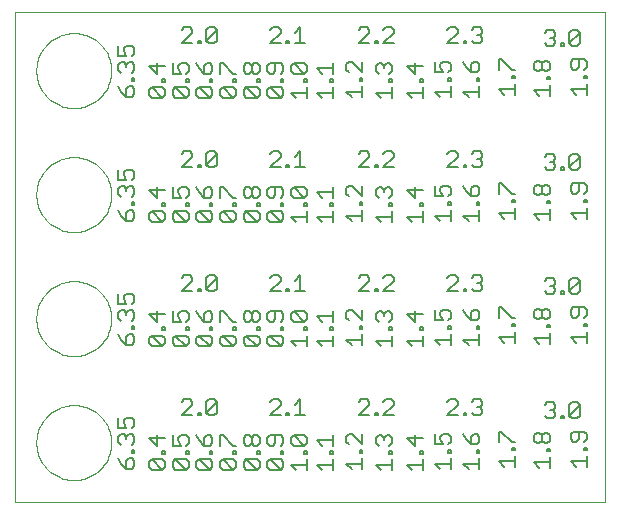
<source format=gto>
G75*
G70*
%OFA0B0*%
%FSLAX24Y24*%
%IPPOS*%
%LPD*%
%AMOC8*
5,1,8,0,0,1.08239X$1,22.5*
%
%ADD10C,0.0060*%
%ADD11C,0.0000*%
D10*
X003671Y001396D02*
X003583Y001573D01*
X003671Y001396D02*
X003848Y001219D01*
X003848Y001485D01*
X003937Y001573D01*
X004025Y001573D01*
X004114Y001485D01*
X004114Y001308D01*
X004025Y001219D01*
X003848Y001219D01*
X004025Y001763D02*
X004025Y001851D01*
X004114Y001851D01*
X004114Y001763D01*
X004025Y001763D01*
X004025Y002035D02*
X004114Y002123D01*
X004114Y002300D01*
X004025Y002389D01*
X003937Y002389D01*
X003848Y002300D01*
X003848Y002212D01*
X003848Y002300D02*
X003760Y002389D01*
X003671Y002389D01*
X003583Y002300D01*
X003583Y002123D01*
X003671Y002035D01*
X003583Y002578D02*
X003848Y002578D01*
X003760Y002755D01*
X003760Y002844D01*
X003848Y002932D01*
X004025Y002932D01*
X004114Y002844D01*
X004114Y002667D01*
X004025Y002578D01*
X003583Y002578D02*
X003583Y002932D01*
X004609Y002266D02*
X004875Y002000D01*
X004875Y002354D01*
X005140Y002266D02*
X004609Y002266D01*
X005052Y001817D02*
X005140Y001817D01*
X005140Y001728D01*
X005052Y001728D01*
X005052Y001817D01*
X005052Y001539D02*
X005140Y001450D01*
X005140Y001273D01*
X005052Y001185D01*
X004698Y001539D01*
X005052Y001539D01*
X004698Y001539D02*
X004609Y001450D01*
X004609Y001273D01*
X004698Y001185D01*
X005052Y001185D01*
X005397Y001273D02*
X005397Y001450D01*
X005485Y001539D01*
X005839Y001185D01*
X005928Y001273D01*
X005928Y001450D01*
X005839Y001539D01*
X005485Y001539D01*
X005397Y001273D02*
X005485Y001185D01*
X005839Y001185D01*
X006184Y001273D02*
X006184Y001450D01*
X006273Y001539D01*
X006627Y001185D01*
X006715Y001273D01*
X006715Y001450D01*
X006627Y001539D01*
X006273Y001539D01*
X006184Y001273D02*
X006273Y001185D01*
X006627Y001185D01*
X006972Y001273D02*
X006972Y001450D01*
X007060Y001539D01*
X007414Y001185D01*
X007503Y001273D01*
X007503Y001450D01*
X007414Y001539D01*
X007060Y001539D01*
X006972Y001273D02*
X007060Y001185D01*
X007414Y001185D01*
X007759Y001273D02*
X007759Y001450D01*
X007848Y001539D01*
X008202Y001185D01*
X008290Y001273D01*
X008290Y001450D01*
X008202Y001539D01*
X007848Y001539D01*
X007759Y001273D02*
X007848Y001185D01*
X008202Y001185D01*
X008546Y001273D02*
X008546Y001450D01*
X008635Y001539D01*
X008989Y001185D01*
X009077Y001273D01*
X009077Y001450D01*
X008989Y001539D01*
X008635Y001539D01*
X008546Y001273D02*
X008635Y001185D01*
X008989Y001185D01*
X009334Y001362D02*
X009865Y001362D01*
X009865Y001185D02*
X009865Y001539D01*
X009865Y001728D02*
X009776Y001728D01*
X009776Y001817D01*
X009865Y001817D01*
X009865Y001728D01*
X009776Y002000D02*
X009422Y002000D01*
X009334Y002089D01*
X009334Y002266D01*
X009422Y002354D01*
X009776Y002000D01*
X009865Y002089D01*
X009865Y002266D01*
X009776Y002354D01*
X009422Y002354D01*
X009077Y002266D02*
X009077Y002089D01*
X008989Y002000D01*
X008812Y002089D02*
X008812Y002354D01*
X008989Y002354D02*
X009077Y002266D01*
X008989Y002354D02*
X008635Y002354D01*
X008546Y002266D01*
X008546Y002089D01*
X008635Y002000D01*
X008723Y002000D01*
X008812Y002089D01*
X008989Y001817D02*
X009077Y001817D01*
X009077Y001728D01*
X008989Y001728D01*
X008989Y001817D01*
X009334Y001362D02*
X009511Y001185D01*
X010200Y001362D02*
X010731Y001362D01*
X010731Y001185D02*
X010731Y001539D01*
X010731Y001728D02*
X010731Y001817D01*
X010642Y001817D01*
X010642Y001728D01*
X010731Y001728D01*
X010731Y002000D02*
X010731Y002354D01*
X010731Y002177D02*
X010200Y002177D01*
X010377Y002000D01*
X010200Y001362D02*
X010377Y001185D01*
X011184Y001401D02*
X011361Y001224D01*
X011184Y001401D02*
X011715Y001401D01*
X011715Y001224D02*
X011715Y001578D01*
X011715Y001768D02*
X011715Y001856D01*
X011627Y001856D01*
X011627Y001768D01*
X011715Y001768D01*
X011715Y002040D02*
X011361Y002394D01*
X011273Y002394D01*
X011184Y002305D01*
X011184Y002128D01*
X011273Y002040D01*
X011715Y002040D02*
X011715Y002394D01*
X012168Y002266D02*
X012168Y002089D01*
X012257Y002000D01*
X012434Y002177D02*
X012434Y002266D01*
X012522Y002354D01*
X012611Y002354D01*
X012699Y002266D01*
X012699Y002089D01*
X012611Y002000D01*
X012434Y002266D02*
X012345Y002354D01*
X012257Y002354D01*
X012168Y002266D01*
X012611Y001817D02*
X012699Y001817D01*
X012699Y001728D01*
X012611Y001728D01*
X012611Y001817D01*
X012699Y001539D02*
X012699Y001185D01*
X012699Y001362D02*
X012168Y001362D01*
X012345Y001185D01*
X013192Y001362D02*
X013723Y001362D01*
X013723Y001185D02*
X013723Y001539D01*
X013723Y001728D02*
X013723Y001817D01*
X013635Y001817D01*
X013635Y001728D01*
X013723Y001728D01*
X013458Y002000D02*
X013458Y002354D01*
X013723Y002266D02*
X013192Y002266D01*
X013458Y002000D01*
X014137Y002040D02*
X014402Y002040D01*
X014314Y002217D01*
X014314Y002305D01*
X014402Y002394D01*
X014579Y002394D01*
X014668Y002305D01*
X014668Y002128D01*
X014579Y002040D01*
X014579Y001856D02*
X014668Y001856D01*
X014668Y001768D01*
X014579Y001768D01*
X014579Y001856D01*
X014668Y001578D02*
X014668Y001224D01*
X014668Y001401D02*
X014137Y001401D01*
X014314Y001224D01*
X015082Y001401D02*
X015613Y001401D01*
X015613Y001224D02*
X015613Y001578D01*
X015613Y001768D02*
X015524Y001768D01*
X015524Y001856D01*
X015613Y001856D01*
X015613Y001768D01*
X015524Y002040D02*
X015347Y002040D01*
X015347Y002305D01*
X015436Y002394D01*
X015524Y002394D01*
X015613Y002305D01*
X015613Y002128D01*
X015524Y002040D01*
X015347Y002040D02*
X015170Y002217D01*
X015082Y002394D01*
X015093Y003015D02*
X015182Y003015D01*
X015182Y003104D01*
X015093Y003104D01*
X015093Y003015D01*
X014904Y003015D02*
X014550Y003015D01*
X014904Y003369D01*
X014904Y003458D01*
X014815Y003546D01*
X014638Y003546D01*
X014550Y003458D01*
X015365Y003458D02*
X015454Y003546D01*
X015631Y003546D01*
X015719Y003458D01*
X015719Y003369D01*
X015631Y003281D01*
X015719Y003192D01*
X015719Y003104D01*
X015631Y003015D01*
X015454Y003015D01*
X015365Y003104D01*
X015542Y003281D02*
X015631Y003281D01*
X016263Y002472D02*
X016351Y002472D01*
X016705Y002118D01*
X016794Y002118D01*
X016794Y001935D02*
X016705Y001935D01*
X016705Y001846D01*
X016794Y001846D01*
X016794Y001935D01*
X016794Y001657D02*
X016794Y001303D01*
X016794Y001480D02*
X016263Y001480D01*
X016440Y001303D01*
X016263Y002118D02*
X016263Y002472D01*
X017444Y002344D02*
X017444Y002167D01*
X017533Y002079D01*
X017621Y002079D01*
X017710Y002167D01*
X017710Y002344D01*
X017798Y002433D01*
X017887Y002433D01*
X017975Y002344D01*
X017975Y002167D01*
X017887Y002079D01*
X017798Y002079D01*
X017710Y002167D01*
X017710Y002344D02*
X017621Y002433D01*
X017533Y002433D01*
X017444Y002344D01*
X017887Y001896D02*
X017975Y001896D01*
X017975Y001807D01*
X017887Y001807D01*
X017887Y001896D01*
X017975Y001617D02*
X017975Y001263D01*
X017975Y001440D02*
X017444Y001440D01*
X017621Y001263D01*
X018665Y001480D02*
X019196Y001480D01*
X019196Y001303D02*
X019196Y001657D01*
X019196Y001846D02*
X019107Y001846D01*
X019107Y001935D01*
X019196Y001935D01*
X019196Y001846D01*
X019107Y002118D02*
X019196Y002207D01*
X019196Y002384D01*
X019107Y002472D01*
X018753Y002472D01*
X018665Y002384D01*
X018665Y002207D01*
X018753Y002118D01*
X018842Y002118D01*
X018930Y002207D01*
X018930Y002472D01*
X018879Y002917D02*
X018702Y002917D01*
X018613Y003005D01*
X018967Y003359D01*
X018967Y003005D01*
X018879Y002917D01*
X018613Y003005D02*
X018613Y003359D01*
X018702Y003448D01*
X018879Y003448D01*
X018967Y003359D01*
X018430Y003005D02*
X018430Y002917D01*
X018341Y002917D01*
X018341Y003005D01*
X018430Y003005D01*
X018152Y003005D02*
X018063Y002917D01*
X017886Y002917D01*
X017798Y003005D01*
X017975Y003182D02*
X018063Y003182D01*
X018152Y003094D01*
X018152Y003005D01*
X018063Y003182D02*
X018152Y003271D01*
X018152Y003359D01*
X018063Y003448D01*
X017886Y003448D01*
X017798Y003359D01*
X017621Y005397D02*
X017444Y005574D01*
X017975Y005574D01*
X017975Y005397D02*
X017975Y005751D01*
X017975Y005941D02*
X017887Y005941D01*
X017887Y006029D01*
X017975Y006029D01*
X017975Y005941D01*
X017887Y006213D02*
X017798Y006213D01*
X017710Y006301D01*
X017710Y006478D01*
X017798Y006567D01*
X017887Y006567D01*
X017975Y006478D01*
X017975Y006301D01*
X017887Y006213D01*
X017710Y006301D02*
X017621Y006213D01*
X017533Y006213D01*
X017444Y006301D01*
X017444Y006478D01*
X017533Y006567D01*
X017621Y006567D01*
X017710Y006478D01*
X017886Y007051D02*
X017798Y007139D01*
X017886Y007051D02*
X018063Y007051D01*
X018152Y007139D01*
X018152Y007228D01*
X018063Y007316D01*
X017975Y007316D01*
X018063Y007316D02*
X018152Y007405D01*
X018152Y007493D01*
X018063Y007582D01*
X017886Y007582D01*
X017798Y007493D01*
X018341Y007139D02*
X018430Y007139D01*
X018430Y007051D01*
X018341Y007051D01*
X018341Y007139D01*
X018613Y007139D02*
X018613Y007493D01*
X018702Y007582D01*
X018879Y007582D01*
X018967Y007493D01*
X018613Y007139D01*
X018702Y007051D01*
X018879Y007051D01*
X018967Y007139D01*
X018967Y007493D01*
X018930Y006606D02*
X018930Y006341D01*
X018842Y006252D01*
X018753Y006252D01*
X018665Y006341D01*
X018665Y006518D01*
X018753Y006606D01*
X019107Y006606D01*
X019196Y006518D01*
X019196Y006341D01*
X019107Y006252D01*
X019107Y006069D02*
X019196Y006069D01*
X019196Y005980D01*
X019107Y005980D01*
X019107Y006069D01*
X019196Y005791D02*
X019196Y005437D01*
X019196Y005614D02*
X018665Y005614D01*
X018842Y005437D01*
X016794Y005437D02*
X016794Y005791D01*
X016794Y005614D02*
X016263Y005614D01*
X016440Y005437D01*
X016705Y005980D02*
X016705Y006069D01*
X016794Y006069D01*
X016794Y005980D01*
X016705Y005980D01*
X016705Y006252D02*
X016794Y006252D01*
X016705Y006252D02*
X016351Y006606D01*
X016263Y006606D01*
X016263Y006252D01*
X015613Y006262D02*
X015613Y006439D01*
X015524Y006527D01*
X015436Y006527D01*
X015347Y006439D01*
X015347Y006173D01*
X015524Y006173D01*
X015613Y006262D01*
X015613Y005990D02*
X015524Y005990D01*
X015524Y005902D01*
X015613Y005902D01*
X015613Y005990D01*
X015613Y005712D02*
X015613Y005358D01*
X015613Y005535D02*
X015082Y005535D01*
X015259Y005358D01*
X014668Y005358D02*
X014668Y005712D01*
X014668Y005535D02*
X014137Y005535D01*
X014314Y005358D01*
X013723Y005319D02*
X013723Y005672D01*
X013723Y005495D02*
X013192Y005495D01*
X013369Y005319D01*
X013635Y005862D02*
X013635Y005951D01*
X013723Y005951D01*
X013723Y005862D01*
X013635Y005862D01*
X013458Y006134D02*
X013458Y006488D01*
X013723Y006400D02*
X013192Y006400D01*
X013458Y006134D01*
X014137Y006173D02*
X014137Y006527D01*
X014314Y006439D02*
X014402Y006527D01*
X014579Y006527D01*
X014668Y006439D01*
X014668Y006262D01*
X014579Y006173D01*
X014402Y006173D02*
X014314Y006350D01*
X014314Y006439D01*
X014402Y006173D02*
X014137Y006173D01*
X014579Y005990D02*
X014579Y005902D01*
X014668Y005902D01*
X014668Y005990D01*
X014579Y005990D01*
X015170Y006350D02*
X015082Y006527D01*
X015170Y006350D02*
X015347Y006173D01*
X015454Y007149D02*
X015365Y007238D01*
X015454Y007149D02*
X015631Y007149D01*
X015719Y007238D01*
X015719Y007326D01*
X015631Y007415D01*
X015542Y007415D01*
X015631Y007415D02*
X015719Y007503D01*
X015719Y007592D01*
X015631Y007680D01*
X015454Y007680D01*
X015365Y007592D01*
X015182Y007238D02*
X015093Y007238D01*
X015093Y007149D01*
X015182Y007149D01*
X015182Y007238D01*
X014904Y007149D02*
X014550Y007149D01*
X014904Y007503D01*
X014904Y007592D01*
X014815Y007680D01*
X014638Y007680D01*
X014550Y007592D01*
X012766Y007592D02*
X012678Y007680D01*
X012501Y007680D01*
X012412Y007592D01*
X012766Y007592D02*
X012766Y007503D01*
X012412Y007149D01*
X012766Y007149D01*
X012229Y007149D02*
X012141Y007149D01*
X012141Y007238D01*
X012229Y007238D01*
X012229Y007149D01*
X011951Y007149D02*
X011597Y007149D01*
X011951Y007503D01*
X011951Y007592D01*
X011862Y007680D01*
X011685Y007680D01*
X011597Y007592D01*
X011715Y006527D02*
X011715Y006173D01*
X011361Y006527D01*
X011273Y006527D01*
X011184Y006439D01*
X011184Y006262D01*
X011273Y006173D01*
X011627Y005990D02*
X011627Y005902D01*
X011715Y005902D01*
X011715Y005990D01*
X011627Y005990D01*
X011715Y005712D02*
X011715Y005358D01*
X011715Y005535D02*
X011184Y005535D01*
X011361Y005358D01*
X010731Y005319D02*
X010731Y005672D01*
X010731Y005495D02*
X010200Y005495D01*
X010377Y005319D01*
X009865Y005319D02*
X009865Y005672D01*
X009865Y005495D02*
X009334Y005495D01*
X009511Y005319D01*
X009077Y005407D02*
X008989Y005319D01*
X008635Y005672D01*
X008989Y005672D01*
X009077Y005584D01*
X009077Y005407D01*
X008989Y005319D02*
X008635Y005319D01*
X008546Y005407D01*
X008546Y005584D01*
X008635Y005672D01*
X008290Y005584D02*
X008290Y005407D01*
X008202Y005319D01*
X007848Y005672D01*
X008202Y005672D01*
X008290Y005584D01*
X008202Y005319D02*
X007848Y005319D01*
X007759Y005407D01*
X007759Y005584D01*
X007848Y005672D01*
X007503Y005584D02*
X007503Y005407D01*
X007414Y005319D01*
X007060Y005672D01*
X007414Y005672D01*
X007503Y005584D01*
X007414Y005319D02*
X007060Y005319D01*
X006972Y005407D01*
X006972Y005584D01*
X007060Y005672D01*
X006715Y005584D02*
X006715Y005407D01*
X006627Y005319D01*
X006273Y005672D01*
X006627Y005672D01*
X006715Y005584D01*
X006627Y005319D02*
X006273Y005319D01*
X006184Y005407D01*
X006184Y005584D01*
X006273Y005672D01*
X005928Y005584D02*
X005928Y005407D01*
X005839Y005319D01*
X005485Y005672D01*
X005839Y005672D01*
X005928Y005584D01*
X005839Y005319D02*
X005485Y005319D01*
X005397Y005407D01*
X005397Y005584D01*
X005485Y005672D01*
X005140Y005584D02*
X005140Y005407D01*
X005052Y005319D01*
X004698Y005672D01*
X005052Y005672D01*
X005140Y005584D01*
X005052Y005319D02*
X004698Y005319D01*
X004609Y005407D01*
X004609Y005584D01*
X004698Y005672D01*
X005052Y005862D02*
X005052Y005951D01*
X005140Y005951D01*
X005140Y005862D01*
X005052Y005862D01*
X004875Y006134D02*
X004875Y006488D01*
X005140Y006400D02*
X004609Y006400D01*
X004875Y006134D01*
X005397Y006134D02*
X005397Y006488D01*
X005574Y006400D02*
X005662Y006488D01*
X005839Y006488D01*
X005928Y006400D01*
X005928Y006223D01*
X005839Y006134D01*
X005662Y006134D02*
X005574Y006311D01*
X005574Y006400D01*
X005662Y006134D02*
X005397Y006134D01*
X005839Y005951D02*
X005928Y005951D01*
X005928Y005862D01*
X005839Y005862D01*
X005839Y005951D01*
X006273Y006311D02*
X006450Y006134D01*
X006450Y006400D01*
X006538Y006488D01*
X006627Y006488D01*
X006715Y006400D01*
X006715Y006223D01*
X006627Y006134D01*
X006450Y006134D01*
X006627Y005951D02*
X006715Y005951D01*
X006715Y005862D01*
X006627Y005862D01*
X006627Y005951D01*
X006972Y006134D02*
X006972Y006488D01*
X007060Y006488D01*
X007414Y006134D01*
X007503Y006134D01*
X007503Y005951D02*
X007503Y005862D01*
X007414Y005862D01*
X007414Y005951D01*
X007503Y005951D01*
X007759Y006223D02*
X007759Y006400D01*
X007848Y006488D01*
X007936Y006488D01*
X008025Y006400D01*
X008025Y006223D01*
X007936Y006134D01*
X007848Y006134D01*
X007759Y006223D01*
X008025Y006223D02*
X008113Y006134D01*
X008202Y006134D01*
X008290Y006223D01*
X008290Y006400D01*
X008202Y006488D01*
X008113Y006488D01*
X008025Y006400D01*
X008546Y006400D02*
X008546Y006223D01*
X008635Y006134D01*
X008723Y006134D01*
X008812Y006223D01*
X008812Y006488D01*
X008989Y006488D02*
X009077Y006400D01*
X009077Y006223D01*
X008989Y006134D01*
X008989Y005951D02*
X009077Y005951D01*
X009077Y005862D01*
X008989Y005862D01*
X008989Y005951D01*
X009334Y006223D02*
X009334Y006400D01*
X009422Y006488D01*
X009776Y006134D01*
X009865Y006223D01*
X009865Y006400D01*
X009776Y006488D01*
X009422Y006488D01*
X009334Y006223D02*
X009422Y006134D01*
X009776Y006134D01*
X009776Y005951D02*
X009865Y005951D01*
X009865Y005862D01*
X009776Y005862D01*
X009776Y005951D01*
X010200Y006311D02*
X010731Y006311D01*
X010731Y006134D02*
X010731Y006488D01*
X010377Y006134D02*
X010200Y006311D01*
X010642Y005951D02*
X010731Y005951D01*
X010731Y005862D01*
X010642Y005862D01*
X010642Y005951D01*
X012168Y006223D02*
X012168Y006400D01*
X012257Y006488D01*
X012345Y006488D01*
X012434Y006400D01*
X012522Y006488D01*
X012611Y006488D01*
X012699Y006400D01*
X012699Y006223D01*
X012611Y006134D01*
X012611Y005951D02*
X012699Y005951D01*
X012699Y005862D01*
X012611Y005862D01*
X012611Y005951D01*
X012699Y005672D02*
X012699Y005319D01*
X012699Y005495D02*
X012168Y005495D01*
X012345Y005319D01*
X012257Y006134D02*
X012168Y006223D01*
X012434Y006311D02*
X012434Y006400D01*
X009814Y007149D02*
X009460Y007149D01*
X009637Y007149D02*
X009637Y007680D01*
X009460Y007503D01*
X009276Y007238D02*
X009276Y007149D01*
X009188Y007149D01*
X009188Y007238D01*
X009276Y007238D01*
X008998Y007149D02*
X008644Y007149D01*
X008998Y007503D01*
X008998Y007592D01*
X008910Y007680D01*
X008733Y007680D01*
X008644Y007592D01*
X008635Y006488D02*
X008546Y006400D01*
X008635Y006488D02*
X008989Y006488D01*
X008290Y005951D02*
X008290Y005862D01*
X008202Y005862D01*
X008202Y005951D01*
X008290Y005951D01*
X006861Y007238D02*
X006772Y007149D01*
X006595Y007149D01*
X006507Y007238D01*
X006861Y007592D01*
X006861Y007238D01*
X006861Y007592D02*
X006772Y007680D01*
X006595Y007680D01*
X006507Y007592D01*
X006507Y007238D01*
X006324Y007238D02*
X006324Y007149D01*
X006235Y007149D01*
X006235Y007238D01*
X006324Y007238D01*
X006045Y007149D02*
X005691Y007149D01*
X006045Y007503D01*
X006045Y007592D01*
X005957Y007680D01*
X005780Y007680D01*
X005691Y007592D01*
X006184Y006488D02*
X006273Y006311D01*
X004114Y006257D02*
X004025Y006169D01*
X004114Y006257D02*
X004114Y006434D01*
X004025Y006523D01*
X003937Y006523D01*
X003848Y006434D01*
X003848Y006346D01*
X003848Y006434D02*
X003760Y006523D01*
X003671Y006523D01*
X003583Y006434D01*
X003583Y006257D01*
X003671Y006169D01*
X004025Y005985D02*
X004025Y005897D01*
X004114Y005897D01*
X004114Y005985D01*
X004025Y005985D01*
X004025Y005707D02*
X003937Y005707D01*
X003848Y005618D01*
X003848Y005353D01*
X004025Y005353D01*
X004114Y005441D01*
X004114Y005618D01*
X004025Y005707D01*
X003671Y005530D02*
X003848Y005353D01*
X003671Y005530D02*
X003583Y005707D01*
X003583Y006712D02*
X003848Y006712D01*
X003760Y006889D01*
X003760Y006978D01*
X003848Y007066D01*
X004025Y007066D01*
X004114Y006978D01*
X004114Y006801D01*
X004025Y006712D01*
X003583Y006712D02*
X003583Y007066D01*
X003848Y009487D02*
X003848Y009752D01*
X003937Y009841D01*
X004025Y009841D01*
X004114Y009752D01*
X004114Y009575D01*
X004025Y009487D01*
X003848Y009487D01*
X003671Y009664D01*
X003583Y009841D01*
X003671Y010302D02*
X003583Y010391D01*
X003583Y010568D01*
X003671Y010656D01*
X003760Y010656D01*
X003848Y010568D01*
X003937Y010656D01*
X004025Y010656D01*
X004114Y010568D01*
X004114Y010391D01*
X004025Y010302D01*
X004025Y010119D02*
X004114Y010119D01*
X004114Y010031D01*
X004025Y010031D01*
X004025Y010119D01*
X003848Y010479D02*
X003848Y010568D01*
X003848Y010846D02*
X003583Y010846D01*
X003583Y011200D01*
X003760Y011112D02*
X003760Y011023D01*
X003848Y010846D01*
X004025Y010846D02*
X004114Y010935D01*
X004114Y011112D01*
X004025Y011200D01*
X003848Y011200D01*
X003760Y011112D01*
X004609Y010533D02*
X004875Y010268D01*
X004875Y010622D01*
X005140Y010533D02*
X004609Y010533D01*
X005052Y010085D02*
X005140Y010085D01*
X005140Y009996D01*
X005052Y009996D01*
X005052Y010085D01*
X005052Y009806D02*
X005140Y009718D01*
X005140Y009541D01*
X005052Y009452D01*
X004698Y009806D01*
X005052Y009806D01*
X005052Y009452D02*
X004698Y009452D01*
X004609Y009541D01*
X004609Y009718D01*
X004698Y009806D01*
X005397Y009718D02*
X005397Y009541D01*
X005485Y009452D01*
X005839Y009452D01*
X005485Y009806D01*
X005839Y009806D01*
X005928Y009718D01*
X005928Y009541D01*
X005839Y009452D01*
X006184Y009541D02*
X006184Y009718D01*
X006273Y009806D01*
X006627Y009452D01*
X006715Y009541D01*
X006715Y009718D01*
X006627Y009806D01*
X006273Y009806D01*
X006184Y009541D02*
X006273Y009452D01*
X006627Y009452D01*
X006972Y009541D02*
X006972Y009718D01*
X007060Y009806D01*
X007414Y009452D01*
X007503Y009541D01*
X007503Y009718D01*
X007414Y009806D01*
X007060Y009806D01*
X006972Y009541D02*
X007060Y009452D01*
X007414Y009452D01*
X007759Y009541D02*
X007759Y009718D01*
X007848Y009806D01*
X008202Y009452D01*
X008290Y009541D01*
X008290Y009718D01*
X008202Y009806D01*
X007848Y009806D01*
X007759Y009541D02*
X007848Y009452D01*
X008202Y009452D01*
X008546Y009541D02*
X008546Y009718D01*
X008635Y009806D01*
X008989Y009452D01*
X009077Y009541D01*
X009077Y009718D01*
X008989Y009806D01*
X008635Y009806D01*
X008546Y009541D02*
X008635Y009452D01*
X008989Y009452D01*
X009334Y009629D02*
X009865Y009629D01*
X009865Y009452D02*
X009865Y009806D01*
X009865Y009996D02*
X009776Y009996D01*
X009776Y010085D01*
X009865Y010085D01*
X009865Y009996D01*
X009776Y010268D02*
X009422Y010622D01*
X009776Y010622D01*
X009865Y010533D01*
X009865Y010356D01*
X009776Y010268D01*
X009422Y010268D01*
X009334Y010356D01*
X009334Y010533D01*
X009422Y010622D01*
X009077Y010533D02*
X009077Y010356D01*
X008989Y010268D01*
X008989Y010085D02*
X009077Y010085D01*
X009077Y009996D01*
X008989Y009996D01*
X008989Y010085D01*
X008723Y010268D02*
X008812Y010356D01*
X008812Y010622D01*
X008989Y010622D02*
X009077Y010533D01*
X008989Y010622D02*
X008635Y010622D01*
X008546Y010533D01*
X008546Y010356D01*
X008635Y010268D01*
X008723Y010268D01*
X008290Y010356D02*
X008290Y010533D01*
X008202Y010622D01*
X008113Y010622D01*
X008025Y010533D01*
X008025Y010356D01*
X007936Y010268D01*
X007848Y010268D01*
X007759Y010356D01*
X007759Y010533D01*
X007848Y010622D01*
X007936Y010622D01*
X008025Y010533D01*
X008025Y010356D02*
X008113Y010268D01*
X008202Y010268D01*
X008290Y010356D01*
X008290Y010085D02*
X008290Y009996D01*
X008202Y009996D01*
X008202Y010085D01*
X008290Y010085D01*
X007503Y010085D02*
X007503Y009996D01*
X007414Y009996D01*
X007414Y010085D01*
X007503Y010085D01*
X007503Y010268D02*
X007414Y010268D01*
X007060Y010622D01*
X006972Y010622D01*
X006972Y010268D01*
X006715Y010356D02*
X006715Y010533D01*
X006627Y010622D01*
X006538Y010622D01*
X006450Y010533D01*
X006450Y010268D01*
X006627Y010268D01*
X006715Y010356D01*
X006450Y010268D02*
X006273Y010445D01*
X006184Y010622D01*
X005928Y010533D02*
X005928Y010356D01*
X005839Y010268D01*
X005662Y010268D02*
X005574Y010445D01*
X005574Y010533D01*
X005662Y010622D01*
X005839Y010622D01*
X005928Y010533D01*
X005662Y010268D02*
X005397Y010268D01*
X005397Y010622D01*
X005839Y010085D02*
X005928Y010085D01*
X005928Y009996D01*
X005839Y009996D01*
X005839Y010085D01*
X005485Y009806D02*
X005397Y009718D01*
X006627Y009996D02*
X006627Y010085D01*
X006715Y010085D01*
X006715Y009996D01*
X006627Y009996D01*
X006595Y011283D02*
X006507Y011372D01*
X006861Y011726D01*
X006861Y011372D01*
X006772Y011283D01*
X006595Y011283D01*
X006507Y011372D02*
X006507Y011726D01*
X006595Y011814D01*
X006772Y011814D01*
X006861Y011726D01*
X006324Y011372D02*
X006324Y011283D01*
X006235Y011283D01*
X006235Y011372D01*
X006324Y011372D01*
X006045Y011283D02*
X005691Y011283D01*
X006045Y011637D01*
X006045Y011726D01*
X005957Y011814D01*
X005780Y011814D01*
X005691Y011726D01*
X005839Y013586D02*
X005485Y013586D01*
X005397Y013675D01*
X005397Y013852D01*
X005485Y013940D01*
X005839Y013586D01*
X005928Y013675D01*
X005928Y013852D01*
X005839Y013940D01*
X005485Y013940D01*
X005140Y013852D02*
X005140Y013675D01*
X005052Y013586D01*
X004698Y013940D01*
X005052Y013940D01*
X005140Y013852D01*
X005140Y014130D02*
X005140Y014218D01*
X005052Y014218D01*
X005052Y014130D01*
X005140Y014130D01*
X004875Y014402D02*
X004875Y014756D01*
X005140Y014667D02*
X004609Y014667D01*
X004875Y014402D01*
X004698Y013940D02*
X004609Y013852D01*
X004609Y013675D01*
X004698Y013586D01*
X005052Y013586D01*
X005839Y014130D02*
X005839Y014218D01*
X005928Y014218D01*
X005928Y014130D01*
X005839Y014130D01*
X005839Y014402D02*
X005928Y014490D01*
X005928Y014667D01*
X005839Y014756D01*
X005662Y014756D01*
X005574Y014667D01*
X005574Y014579D01*
X005662Y014402D01*
X005397Y014402D01*
X005397Y014756D01*
X005691Y015417D02*
X006045Y015771D01*
X006045Y015859D01*
X005957Y015948D01*
X005780Y015948D01*
X005691Y015859D01*
X005691Y015417D02*
X006045Y015417D01*
X006235Y015417D02*
X006235Y015505D01*
X006324Y015505D01*
X006324Y015417D01*
X006235Y015417D01*
X006507Y015505D02*
X006861Y015859D01*
X006861Y015505D01*
X006772Y015417D01*
X006595Y015417D01*
X006507Y015505D01*
X006507Y015859D01*
X006595Y015948D01*
X006772Y015948D01*
X006861Y015859D01*
X006972Y014756D02*
X007060Y014756D01*
X007414Y014402D01*
X007503Y014402D01*
X007503Y014218D02*
X007503Y014130D01*
X007414Y014130D01*
X007414Y014218D01*
X007503Y014218D01*
X007414Y013940D02*
X007503Y013852D01*
X007503Y013675D01*
X007414Y013586D01*
X007060Y013940D01*
X007414Y013940D01*
X007759Y013852D02*
X007848Y013940D01*
X008202Y013586D01*
X008290Y013675D01*
X008290Y013852D01*
X008202Y013940D01*
X007848Y013940D01*
X007759Y013852D02*
X007759Y013675D01*
X007848Y013586D01*
X008202Y013586D01*
X008546Y013675D02*
X008546Y013852D01*
X008635Y013940D01*
X008989Y013586D01*
X009077Y013675D01*
X009077Y013852D01*
X008989Y013940D01*
X008635Y013940D01*
X008546Y013675D02*
X008635Y013586D01*
X008989Y013586D01*
X009334Y013763D02*
X009865Y013763D01*
X009865Y013586D02*
X009865Y013940D01*
X009865Y014130D02*
X009776Y014130D01*
X009776Y014218D01*
X009865Y014218D01*
X009865Y014130D01*
X009776Y014402D02*
X009422Y014756D01*
X009776Y014756D01*
X009865Y014667D01*
X009865Y014490D01*
X009776Y014402D01*
X009422Y014402D01*
X009334Y014490D01*
X009334Y014667D01*
X009422Y014756D01*
X009077Y014667D02*
X009077Y014490D01*
X008989Y014402D01*
X008989Y014218D02*
X009077Y014218D01*
X009077Y014130D01*
X008989Y014130D01*
X008989Y014218D01*
X008723Y014402D02*
X008812Y014490D01*
X008812Y014756D01*
X008989Y014756D02*
X009077Y014667D01*
X008989Y014756D02*
X008635Y014756D01*
X008546Y014667D01*
X008546Y014490D01*
X008635Y014402D01*
X008723Y014402D01*
X008290Y014490D02*
X008290Y014667D01*
X008202Y014756D01*
X008113Y014756D01*
X008025Y014667D01*
X008025Y014490D01*
X007936Y014402D01*
X007848Y014402D01*
X007759Y014490D01*
X007759Y014667D01*
X007848Y014756D01*
X007936Y014756D01*
X008025Y014667D01*
X008025Y014490D02*
X008113Y014402D01*
X008202Y014402D01*
X008290Y014490D01*
X008290Y014218D02*
X008290Y014130D01*
X008202Y014130D01*
X008202Y014218D01*
X008290Y014218D01*
X007414Y013586D02*
X007060Y013586D01*
X006972Y013675D01*
X006972Y013852D01*
X007060Y013940D01*
X006715Y013852D02*
X006715Y013675D01*
X006627Y013586D01*
X006273Y013940D01*
X006627Y013940D01*
X006715Y013852D01*
X006715Y014130D02*
X006715Y014218D01*
X006627Y014218D01*
X006627Y014130D01*
X006715Y014130D01*
X006627Y014402D02*
X006450Y014402D01*
X006450Y014667D01*
X006538Y014756D01*
X006627Y014756D01*
X006715Y014667D01*
X006715Y014490D01*
X006627Y014402D01*
X006450Y014402D02*
X006273Y014579D01*
X006184Y014756D01*
X006972Y014756D02*
X006972Y014402D01*
X006273Y013940D02*
X006184Y013852D01*
X006184Y013675D01*
X006273Y013586D01*
X006627Y013586D01*
X008644Y011726D02*
X008733Y011814D01*
X008910Y011814D01*
X008998Y011726D01*
X008998Y011637D01*
X008644Y011283D01*
X008998Y011283D01*
X009188Y011283D02*
X009276Y011283D01*
X009276Y011372D01*
X009188Y011372D01*
X009188Y011283D01*
X009460Y011283D02*
X009814Y011283D01*
X009637Y011283D02*
X009637Y011814D01*
X009460Y011637D01*
X010731Y010622D02*
X010731Y010268D01*
X010731Y010085D02*
X010731Y009996D01*
X010642Y009996D01*
X010642Y010085D01*
X010731Y010085D01*
X010731Y009806D02*
X010731Y009452D01*
X010731Y009629D02*
X010200Y009629D01*
X010377Y009452D01*
X010377Y010268D02*
X010200Y010445D01*
X010731Y010445D01*
X011184Y010396D02*
X011273Y010307D01*
X011184Y010396D02*
X011184Y010573D01*
X011273Y010661D01*
X011361Y010661D01*
X011715Y010307D01*
X011715Y010661D01*
X012168Y010533D02*
X012168Y010356D01*
X012257Y010268D01*
X012434Y010445D02*
X012434Y010533D01*
X012522Y010622D01*
X012611Y010622D01*
X012699Y010533D01*
X012699Y010356D01*
X012611Y010268D01*
X012611Y010085D02*
X012699Y010085D01*
X012699Y009996D01*
X012611Y009996D01*
X012611Y010085D01*
X012699Y009806D02*
X012699Y009452D01*
X012699Y009629D02*
X012168Y009629D01*
X012345Y009452D01*
X011715Y009492D02*
X011715Y009846D01*
X011715Y009669D02*
X011184Y009669D01*
X011361Y009492D01*
X011627Y010035D02*
X011627Y010124D01*
X011715Y010124D01*
X011715Y010035D01*
X011627Y010035D01*
X012168Y010533D02*
X012257Y010622D01*
X012345Y010622D01*
X012434Y010533D01*
X013192Y010533D02*
X013458Y010268D01*
X013458Y010622D01*
X013723Y010533D02*
X013192Y010533D01*
X013635Y010085D02*
X013723Y010085D01*
X013723Y009996D01*
X013635Y009996D01*
X013635Y010085D01*
X013723Y009806D02*
X013723Y009452D01*
X013723Y009629D02*
X013192Y009629D01*
X013369Y009452D01*
X014137Y009669D02*
X014668Y009669D01*
X014668Y009492D02*
X014668Y009846D01*
X014668Y010035D02*
X014668Y010124D01*
X014579Y010124D01*
X014579Y010035D01*
X014668Y010035D01*
X014579Y010307D02*
X014668Y010396D01*
X014668Y010573D01*
X014579Y010661D01*
X014402Y010661D01*
X014314Y010573D01*
X014314Y010484D01*
X014402Y010307D01*
X014137Y010307D01*
X014137Y010661D01*
X014550Y011283D02*
X014904Y011637D01*
X014904Y011726D01*
X014815Y011814D01*
X014638Y011814D01*
X014550Y011726D01*
X014550Y011283D02*
X014904Y011283D01*
X015093Y011283D02*
X015182Y011283D01*
X015182Y011372D01*
X015093Y011372D01*
X015093Y011283D01*
X015365Y011372D02*
X015454Y011283D01*
X015631Y011283D01*
X015719Y011372D01*
X015719Y011460D01*
X015631Y011549D01*
X015542Y011549D01*
X015631Y011549D02*
X015719Y011637D01*
X015719Y011726D01*
X015631Y011814D01*
X015454Y011814D01*
X015365Y011726D01*
X015436Y010661D02*
X015347Y010573D01*
X015347Y010307D01*
X015524Y010307D01*
X015613Y010396D01*
X015613Y010573D01*
X015524Y010661D01*
X015436Y010661D01*
X015170Y010484D02*
X015347Y010307D01*
X015170Y010484D02*
X015082Y010661D01*
X015524Y010124D02*
X015613Y010124D01*
X015613Y010035D01*
X015524Y010035D01*
X015524Y010124D01*
X015613Y009846D02*
X015613Y009492D01*
X015613Y009669D02*
X015082Y009669D01*
X015259Y009492D01*
X014314Y009492D02*
X014137Y009669D01*
X012766Y011283D02*
X012412Y011283D01*
X012766Y011637D01*
X012766Y011726D01*
X012678Y011814D01*
X012501Y011814D01*
X012412Y011726D01*
X012229Y011372D02*
X012141Y011372D01*
X012141Y011283D01*
X012229Y011283D01*
X012229Y011372D01*
X011951Y011283D02*
X011597Y011283D01*
X011951Y011637D01*
X011951Y011726D01*
X011862Y011814D01*
X011685Y011814D01*
X011597Y011726D01*
X012345Y013586D02*
X012168Y013763D01*
X012699Y013763D01*
X012699Y013586D02*
X012699Y013940D01*
X012699Y014130D02*
X012699Y014218D01*
X012611Y014218D01*
X012611Y014130D01*
X012699Y014130D01*
X012611Y014402D02*
X012699Y014490D01*
X012699Y014667D01*
X012611Y014756D01*
X012522Y014756D01*
X012434Y014667D01*
X012434Y014579D01*
X012434Y014667D02*
X012345Y014756D01*
X012257Y014756D01*
X012168Y014667D01*
X012168Y014490D01*
X012257Y014402D01*
X011715Y014441D02*
X011715Y014795D01*
X011715Y014441D02*
X011361Y014795D01*
X011273Y014795D01*
X011184Y014707D01*
X011184Y014530D01*
X011273Y014441D01*
X011627Y014258D02*
X011627Y014169D01*
X011715Y014169D01*
X011715Y014258D01*
X011627Y014258D01*
X011715Y013980D02*
X011715Y013626D01*
X011715Y013803D02*
X011184Y013803D01*
X011361Y013626D01*
X010731Y013586D02*
X010731Y013940D01*
X010731Y013763D02*
X010200Y013763D01*
X010377Y013586D01*
X010642Y014130D02*
X010642Y014218D01*
X010731Y014218D01*
X010731Y014130D01*
X010642Y014130D01*
X010731Y014402D02*
X010731Y014756D01*
X010731Y014579D02*
X010200Y014579D01*
X010377Y014402D01*
X009511Y013586D02*
X009334Y013763D01*
X009276Y015417D02*
X009188Y015417D01*
X009188Y015505D01*
X009276Y015505D01*
X009276Y015417D01*
X009460Y015417D02*
X009814Y015417D01*
X009637Y015417D02*
X009637Y015948D01*
X009460Y015771D01*
X008998Y015771D02*
X008998Y015859D01*
X008910Y015948D01*
X008733Y015948D01*
X008644Y015859D01*
X008998Y015771D02*
X008644Y015417D01*
X008998Y015417D01*
X011597Y015417D02*
X011951Y015771D01*
X011951Y015859D01*
X011862Y015948D01*
X011685Y015948D01*
X011597Y015859D01*
X012141Y015505D02*
X012229Y015505D01*
X012229Y015417D01*
X012141Y015417D01*
X012141Y015505D01*
X011951Y015417D02*
X011597Y015417D01*
X012412Y015417D02*
X012766Y015771D01*
X012766Y015859D01*
X012678Y015948D01*
X012501Y015948D01*
X012412Y015859D01*
X012412Y015417D02*
X012766Y015417D01*
X013192Y014667D02*
X013458Y014402D01*
X013458Y014756D01*
X013723Y014667D02*
X013192Y014667D01*
X013635Y014218D02*
X013723Y014218D01*
X013723Y014130D01*
X013635Y014130D01*
X013635Y014218D01*
X013723Y013940D02*
X013723Y013586D01*
X013369Y013586D02*
X013192Y013763D01*
X013723Y013763D01*
X014137Y013803D02*
X014668Y013803D01*
X014668Y013626D02*
X014668Y013980D01*
X014668Y014169D02*
X014668Y014258D01*
X014579Y014258D01*
X014579Y014169D01*
X014668Y014169D01*
X014579Y014441D02*
X014668Y014530D01*
X014668Y014707D01*
X014579Y014795D01*
X014402Y014795D01*
X014314Y014707D01*
X014314Y014618D01*
X014402Y014441D01*
X014137Y014441D01*
X014137Y014795D01*
X014550Y015417D02*
X014904Y015771D01*
X014904Y015859D01*
X014815Y015948D01*
X014638Y015948D01*
X014550Y015859D01*
X014550Y015417D02*
X014904Y015417D01*
X015093Y015417D02*
X015093Y015505D01*
X015182Y015505D01*
X015182Y015417D01*
X015093Y015417D01*
X015365Y015505D02*
X015454Y015417D01*
X015631Y015417D01*
X015719Y015505D01*
X015719Y015594D01*
X015631Y015682D01*
X015542Y015682D01*
X015631Y015682D02*
X015719Y015771D01*
X015719Y015859D01*
X015631Y015948D01*
X015454Y015948D01*
X015365Y015859D01*
X015436Y014795D02*
X015347Y014707D01*
X015347Y014441D01*
X015524Y014441D01*
X015613Y014530D01*
X015613Y014707D01*
X015524Y014795D01*
X015436Y014795D01*
X015170Y014618D02*
X015347Y014441D01*
X015170Y014618D02*
X015082Y014795D01*
X015524Y014258D02*
X015613Y014258D01*
X015613Y014169D01*
X015524Y014169D01*
X015524Y014258D01*
X015613Y013980D02*
X015613Y013626D01*
X015613Y013803D02*
X015082Y013803D01*
X015259Y013626D01*
X014314Y013626D02*
X014137Y013803D01*
X016263Y013881D02*
X016794Y013881D01*
X016794Y013704D02*
X016794Y014058D01*
X016794Y014248D02*
X016705Y014248D01*
X016705Y014337D01*
X016794Y014337D01*
X016794Y014248D01*
X016794Y014520D02*
X016705Y014520D01*
X016351Y014874D01*
X016263Y014874D01*
X016263Y014520D01*
X016263Y013881D02*
X016440Y013704D01*
X017444Y013842D02*
X017975Y013842D01*
X017975Y013665D02*
X017975Y014019D01*
X017975Y014209D02*
X017887Y014209D01*
X017887Y014297D01*
X017975Y014297D01*
X017975Y014209D01*
X017887Y014481D02*
X017798Y014481D01*
X017710Y014569D01*
X017710Y014746D01*
X017798Y014835D01*
X017887Y014835D01*
X017975Y014746D01*
X017975Y014569D01*
X017887Y014481D01*
X017710Y014569D02*
X017621Y014481D01*
X017533Y014481D01*
X017444Y014569D01*
X017444Y014746D01*
X017533Y014835D01*
X017621Y014835D01*
X017710Y014746D01*
X017886Y015319D02*
X017798Y015407D01*
X017886Y015319D02*
X018063Y015319D01*
X018152Y015407D01*
X018152Y015495D01*
X018063Y015584D01*
X018152Y015672D01*
X018152Y015761D01*
X018063Y015849D01*
X017886Y015849D01*
X017798Y015761D01*
X017975Y015584D02*
X018063Y015584D01*
X018341Y015407D02*
X018430Y015407D01*
X018430Y015319D01*
X018341Y015319D01*
X018341Y015407D01*
X018613Y015407D02*
X018967Y015761D01*
X018967Y015407D01*
X018879Y015319D01*
X018702Y015319D01*
X018613Y015407D01*
X018613Y015761D01*
X018702Y015849D01*
X018879Y015849D01*
X018967Y015761D01*
X018930Y014874D02*
X018930Y014608D01*
X018842Y014520D01*
X018753Y014520D01*
X018665Y014608D01*
X018665Y014785D01*
X018753Y014874D01*
X019107Y014874D01*
X019196Y014785D01*
X019196Y014608D01*
X019107Y014520D01*
X019107Y014337D02*
X019196Y014337D01*
X019196Y014248D01*
X019107Y014248D01*
X019107Y014337D01*
X019196Y014058D02*
X019196Y013704D01*
X019196Y013881D02*
X018665Y013881D01*
X018842Y013704D01*
X017621Y013665D02*
X017444Y013842D01*
X017886Y011716D02*
X018063Y011716D01*
X018152Y011627D01*
X018152Y011539D01*
X018063Y011450D01*
X018152Y011362D01*
X018152Y011273D01*
X018063Y011185D01*
X017886Y011185D01*
X017798Y011273D01*
X017975Y011450D02*
X018063Y011450D01*
X017798Y011627D02*
X017886Y011716D01*
X018341Y011273D02*
X018430Y011273D01*
X018430Y011185D01*
X018341Y011185D01*
X018341Y011273D01*
X018613Y011273D02*
X018967Y011627D01*
X018967Y011273D01*
X018879Y011185D01*
X018702Y011185D01*
X018613Y011273D01*
X018613Y011627D01*
X018702Y011716D01*
X018879Y011716D01*
X018967Y011627D01*
X018930Y010740D02*
X018930Y010475D01*
X018842Y010386D01*
X018753Y010386D01*
X018665Y010475D01*
X018665Y010652D01*
X018753Y010740D01*
X019107Y010740D01*
X019196Y010652D01*
X019196Y010475D01*
X019107Y010386D01*
X019107Y010203D02*
X019196Y010203D01*
X019196Y010114D01*
X019107Y010114D01*
X019107Y010203D01*
X019196Y009924D02*
X019196Y009570D01*
X019196Y009747D02*
X018665Y009747D01*
X018842Y009570D01*
X017975Y009531D02*
X017975Y009885D01*
X017975Y009708D02*
X017444Y009708D01*
X017621Y009531D01*
X017887Y010075D02*
X017887Y010163D01*
X017975Y010163D01*
X017975Y010075D01*
X017887Y010075D01*
X017887Y010347D02*
X017798Y010347D01*
X017710Y010435D01*
X017710Y010612D01*
X017798Y010701D01*
X017887Y010701D01*
X017975Y010612D01*
X017975Y010435D01*
X017887Y010347D01*
X017710Y010435D02*
X017621Y010347D01*
X017533Y010347D01*
X017444Y010435D01*
X017444Y010612D01*
X017533Y010701D01*
X017621Y010701D01*
X017710Y010612D01*
X016794Y010386D02*
X016705Y010386D01*
X016351Y010740D01*
X016263Y010740D01*
X016263Y010386D01*
X016705Y010203D02*
X016794Y010203D01*
X016794Y010114D01*
X016705Y010114D01*
X016705Y010203D01*
X016794Y009924D02*
X016794Y009570D01*
X016794Y009747D02*
X016263Y009747D01*
X016440Y009570D01*
X009511Y009452D02*
X009334Y009629D01*
X004114Y013709D02*
X004114Y013886D01*
X004025Y013975D01*
X003937Y013975D01*
X003848Y013886D01*
X003848Y013621D01*
X004025Y013621D01*
X004114Y013709D01*
X003848Y013621D02*
X003671Y013798D01*
X003583Y013975D01*
X003671Y014436D02*
X003583Y014525D01*
X003583Y014702D01*
X003671Y014790D01*
X003760Y014790D01*
X003848Y014702D01*
X003937Y014790D01*
X004025Y014790D01*
X004114Y014702D01*
X004114Y014525D01*
X004025Y014436D01*
X003848Y014613D02*
X003848Y014702D01*
X003848Y014980D02*
X003583Y014980D01*
X003583Y015334D01*
X003760Y015246D02*
X003848Y015334D01*
X004025Y015334D01*
X004114Y015246D01*
X004114Y015069D01*
X004025Y014980D01*
X003848Y014980D02*
X003760Y015157D01*
X003760Y015246D01*
X004025Y014253D02*
X004114Y014253D01*
X004114Y014164D01*
X004025Y014164D01*
X004025Y014253D01*
X005780Y003546D02*
X005691Y003458D01*
X005780Y003546D02*
X005957Y003546D01*
X006045Y003458D01*
X006045Y003369D01*
X005691Y003015D01*
X006045Y003015D01*
X006235Y003015D02*
X006324Y003015D01*
X006324Y003104D01*
X006235Y003104D01*
X006235Y003015D01*
X006507Y003104D02*
X006861Y003458D01*
X006861Y003104D01*
X006772Y003015D01*
X006595Y003015D01*
X006507Y003104D01*
X006507Y003458D01*
X006595Y003546D01*
X006772Y003546D01*
X006861Y003458D01*
X006972Y002354D02*
X007060Y002354D01*
X007414Y002000D01*
X007503Y002000D01*
X007759Y002089D02*
X007759Y002266D01*
X007848Y002354D01*
X007936Y002354D01*
X008025Y002266D01*
X008025Y002089D01*
X007936Y002000D01*
X007848Y002000D01*
X007759Y002089D01*
X008025Y002089D02*
X008113Y002000D01*
X008202Y002000D01*
X008290Y002089D01*
X008290Y002266D01*
X008202Y002354D01*
X008113Y002354D01*
X008025Y002266D01*
X008202Y001817D02*
X008290Y001817D01*
X008290Y001728D01*
X008202Y001728D01*
X008202Y001817D01*
X007503Y001817D02*
X007503Y001728D01*
X007414Y001728D01*
X007414Y001817D01*
X007503Y001817D01*
X006972Y002000D02*
X006972Y002354D01*
X006715Y002266D02*
X006627Y002354D01*
X006538Y002354D01*
X006450Y002266D01*
X006450Y002000D01*
X006627Y002000D01*
X006715Y002089D01*
X006715Y002266D01*
X006450Y002000D02*
X006273Y002177D01*
X006184Y002354D01*
X005928Y002266D02*
X005928Y002089D01*
X005839Y002000D01*
X005662Y002000D02*
X005574Y002177D01*
X005574Y002266D01*
X005662Y002354D01*
X005839Y002354D01*
X005928Y002266D01*
X005662Y002000D02*
X005397Y002000D01*
X005397Y002354D01*
X005839Y001817D02*
X005928Y001817D01*
X005928Y001728D01*
X005839Y001728D01*
X005839Y001817D01*
X006627Y001817D02*
X006715Y001817D01*
X006715Y001728D01*
X006627Y001728D01*
X006627Y001817D01*
X008644Y003015D02*
X008998Y003369D01*
X008998Y003458D01*
X008910Y003546D01*
X008733Y003546D01*
X008644Y003458D01*
X008644Y003015D02*
X008998Y003015D01*
X009188Y003015D02*
X009276Y003015D01*
X009276Y003104D01*
X009188Y003104D01*
X009188Y003015D01*
X009460Y003015D02*
X009814Y003015D01*
X009637Y003015D02*
X009637Y003546D01*
X009460Y003369D01*
X011597Y003458D02*
X011685Y003546D01*
X011862Y003546D01*
X011951Y003458D01*
X011951Y003369D01*
X011597Y003015D01*
X011951Y003015D01*
X012141Y003015D02*
X012229Y003015D01*
X012229Y003104D01*
X012141Y003104D01*
X012141Y003015D01*
X012412Y003015D02*
X012766Y003369D01*
X012766Y003458D01*
X012678Y003546D01*
X012501Y003546D01*
X012412Y003458D01*
X012412Y003015D02*
X012766Y003015D01*
X014137Y002394D02*
X014137Y002040D01*
X013369Y001185D02*
X013192Y001362D01*
X015082Y001401D02*
X015259Y001224D01*
X018665Y001480D02*
X018842Y001303D01*
D11*
X000131Y000131D02*
X000131Y016470D01*
X019816Y016470D01*
X019816Y000131D01*
X000131Y000131D01*
X000850Y002100D02*
X000852Y002170D01*
X000858Y002240D01*
X000868Y002309D01*
X000881Y002378D01*
X000899Y002446D01*
X000920Y002513D01*
X000945Y002578D01*
X000974Y002642D01*
X001006Y002705D01*
X001042Y002765D01*
X001081Y002823D01*
X001123Y002879D01*
X001168Y002933D01*
X001216Y002984D01*
X001267Y003032D01*
X001321Y003077D01*
X001377Y003119D01*
X001435Y003158D01*
X001495Y003194D01*
X001558Y003226D01*
X001622Y003255D01*
X001687Y003280D01*
X001754Y003301D01*
X001822Y003319D01*
X001891Y003332D01*
X001960Y003342D01*
X002030Y003348D01*
X002100Y003350D01*
X002170Y003348D01*
X002240Y003342D01*
X002309Y003332D01*
X002378Y003319D01*
X002446Y003301D01*
X002513Y003280D01*
X002578Y003255D01*
X002642Y003226D01*
X002705Y003194D01*
X002765Y003158D01*
X002823Y003119D01*
X002879Y003077D01*
X002933Y003032D01*
X002984Y002984D01*
X003032Y002933D01*
X003077Y002879D01*
X003119Y002823D01*
X003158Y002765D01*
X003194Y002705D01*
X003226Y002642D01*
X003255Y002578D01*
X003280Y002513D01*
X003301Y002446D01*
X003319Y002378D01*
X003332Y002309D01*
X003342Y002240D01*
X003348Y002170D01*
X003350Y002100D01*
X003348Y002030D01*
X003342Y001960D01*
X003332Y001891D01*
X003319Y001822D01*
X003301Y001754D01*
X003280Y001687D01*
X003255Y001622D01*
X003226Y001558D01*
X003194Y001495D01*
X003158Y001435D01*
X003119Y001377D01*
X003077Y001321D01*
X003032Y001267D01*
X002984Y001216D01*
X002933Y001168D01*
X002879Y001123D01*
X002823Y001081D01*
X002765Y001042D01*
X002705Y001006D01*
X002642Y000974D01*
X002578Y000945D01*
X002513Y000920D01*
X002446Y000899D01*
X002378Y000881D01*
X002309Y000868D01*
X002240Y000858D01*
X002170Y000852D01*
X002100Y000850D01*
X002030Y000852D01*
X001960Y000858D01*
X001891Y000868D01*
X001822Y000881D01*
X001754Y000899D01*
X001687Y000920D01*
X001622Y000945D01*
X001558Y000974D01*
X001495Y001006D01*
X001435Y001042D01*
X001377Y001081D01*
X001321Y001123D01*
X001267Y001168D01*
X001216Y001216D01*
X001168Y001267D01*
X001123Y001321D01*
X001081Y001377D01*
X001042Y001435D01*
X001006Y001495D01*
X000974Y001558D01*
X000945Y001622D01*
X000920Y001687D01*
X000899Y001754D01*
X000881Y001822D01*
X000868Y001891D01*
X000858Y001960D01*
X000852Y002030D01*
X000850Y002100D01*
X000850Y006233D02*
X000852Y006303D01*
X000858Y006373D01*
X000868Y006442D01*
X000881Y006511D01*
X000899Y006579D01*
X000920Y006646D01*
X000945Y006711D01*
X000974Y006775D01*
X001006Y006838D01*
X001042Y006898D01*
X001081Y006956D01*
X001123Y007012D01*
X001168Y007066D01*
X001216Y007117D01*
X001267Y007165D01*
X001321Y007210D01*
X001377Y007252D01*
X001435Y007291D01*
X001495Y007327D01*
X001558Y007359D01*
X001622Y007388D01*
X001687Y007413D01*
X001754Y007434D01*
X001822Y007452D01*
X001891Y007465D01*
X001960Y007475D01*
X002030Y007481D01*
X002100Y007483D01*
X002170Y007481D01*
X002240Y007475D01*
X002309Y007465D01*
X002378Y007452D01*
X002446Y007434D01*
X002513Y007413D01*
X002578Y007388D01*
X002642Y007359D01*
X002705Y007327D01*
X002765Y007291D01*
X002823Y007252D01*
X002879Y007210D01*
X002933Y007165D01*
X002984Y007117D01*
X003032Y007066D01*
X003077Y007012D01*
X003119Y006956D01*
X003158Y006898D01*
X003194Y006838D01*
X003226Y006775D01*
X003255Y006711D01*
X003280Y006646D01*
X003301Y006579D01*
X003319Y006511D01*
X003332Y006442D01*
X003342Y006373D01*
X003348Y006303D01*
X003350Y006233D01*
X003348Y006163D01*
X003342Y006093D01*
X003332Y006024D01*
X003319Y005955D01*
X003301Y005887D01*
X003280Y005820D01*
X003255Y005755D01*
X003226Y005691D01*
X003194Y005628D01*
X003158Y005568D01*
X003119Y005510D01*
X003077Y005454D01*
X003032Y005400D01*
X002984Y005349D01*
X002933Y005301D01*
X002879Y005256D01*
X002823Y005214D01*
X002765Y005175D01*
X002705Y005139D01*
X002642Y005107D01*
X002578Y005078D01*
X002513Y005053D01*
X002446Y005032D01*
X002378Y005014D01*
X002309Y005001D01*
X002240Y004991D01*
X002170Y004985D01*
X002100Y004983D01*
X002030Y004985D01*
X001960Y004991D01*
X001891Y005001D01*
X001822Y005014D01*
X001754Y005032D01*
X001687Y005053D01*
X001622Y005078D01*
X001558Y005107D01*
X001495Y005139D01*
X001435Y005175D01*
X001377Y005214D01*
X001321Y005256D01*
X001267Y005301D01*
X001216Y005349D01*
X001168Y005400D01*
X001123Y005454D01*
X001081Y005510D01*
X001042Y005568D01*
X001006Y005628D01*
X000974Y005691D01*
X000945Y005755D01*
X000920Y005820D01*
X000899Y005887D01*
X000881Y005955D01*
X000868Y006024D01*
X000858Y006093D01*
X000852Y006163D01*
X000850Y006233D01*
X000850Y010367D02*
X000852Y010437D01*
X000858Y010507D01*
X000868Y010576D01*
X000881Y010645D01*
X000899Y010713D01*
X000920Y010780D01*
X000945Y010845D01*
X000974Y010909D01*
X001006Y010972D01*
X001042Y011032D01*
X001081Y011090D01*
X001123Y011146D01*
X001168Y011200D01*
X001216Y011251D01*
X001267Y011299D01*
X001321Y011344D01*
X001377Y011386D01*
X001435Y011425D01*
X001495Y011461D01*
X001558Y011493D01*
X001622Y011522D01*
X001687Y011547D01*
X001754Y011568D01*
X001822Y011586D01*
X001891Y011599D01*
X001960Y011609D01*
X002030Y011615D01*
X002100Y011617D01*
X002170Y011615D01*
X002240Y011609D01*
X002309Y011599D01*
X002378Y011586D01*
X002446Y011568D01*
X002513Y011547D01*
X002578Y011522D01*
X002642Y011493D01*
X002705Y011461D01*
X002765Y011425D01*
X002823Y011386D01*
X002879Y011344D01*
X002933Y011299D01*
X002984Y011251D01*
X003032Y011200D01*
X003077Y011146D01*
X003119Y011090D01*
X003158Y011032D01*
X003194Y010972D01*
X003226Y010909D01*
X003255Y010845D01*
X003280Y010780D01*
X003301Y010713D01*
X003319Y010645D01*
X003332Y010576D01*
X003342Y010507D01*
X003348Y010437D01*
X003350Y010367D01*
X003348Y010297D01*
X003342Y010227D01*
X003332Y010158D01*
X003319Y010089D01*
X003301Y010021D01*
X003280Y009954D01*
X003255Y009889D01*
X003226Y009825D01*
X003194Y009762D01*
X003158Y009702D01*
X003119Y009644D01*
X003077Y009588D01*
X003032Y009534D01*
X002984Y009483D01*
X002933Y009435D01*
X002879Y009390D01*
X002823Y009348D01*
X002765Y009309D01*
X002705Y009273D01*
X002642Y009241D01*
X002578Y009212D01*
X002513Y009187D01*
X002446Y009166D01*
X002378Y009148D01*
X002309Y009135D01*
X002240Y009125D01*
X002170Y009119D01*
X002100Y009117D01*
X002030Y009119D01*
X001960Y009125D01*
X001891Y009135D01*
X001822Y009148D01*
X001754Y009166D01*
X001687Y009187D01*
X001622Y009212D01*
X001558Y009241D01*
X001495Y009273D01*
X001435Y009309D01*
X001377Y009348D01*
X001321Y009390D01*
X001267Y009435D01*
X001216Y009483D01*
X001168Y009534D01*
X001123Y009588D01*
X001081Y009644D01*
X001042Y009702D01*
X001006Y009762D01*
X000974Y009825D01*
X000945Y009889D01*
X000920Y009954D01*
X000899Y010021D01*
X000881Y010089D01*
X000868Y010158D01*
X000858Y010227D01*
X000852Y010297D01*
X000850Y010367D01*
X000850Y014501D02*
X000852Y014571D01*
X000858Y014641D01*
X000868Y014710D01*
X000881Y014779D01*
X000899Y014847D01*
X000920Y014914D01*
X000945Y014979D01*
X000974Y015043D01*
X001006Y015106D01*
X001042Y015166D01*
X001081Y015224D01*
X001123Y015280D01*
X001168Y015334D01*
X001216Y015385D01*
X001267Y015433D01*
X001321Y015478D01*
X001377Y015520D01*
X001435Y015559D01*
X001495Y015595D01*
X001558Y015627D01*
X001622Y015656D01*
X001687Y015681D01*
X001754Y015702D01*
X001822Y015720D01*
X001891Y015733D01*
X001960Y015743D01*
X002030Y015749D01*
X002100Y015751D01*
X002170Y015749D01*
X002240Y015743D01*
X002309Y015733D01*
X002378Y015720D01*
X002446Y015702D01*
X002513Y015681D01*
X002578Y015656D01*
X002642Y015627D01*
X002705Y015595D01*
X002765Y015559D01*
X002823Y015520D01*
X002879Y015478D01*
X002933Y015433D01*
X002984Y015385D01*
X003032Y015334D01*
X003077Y015280D01*
X003119Y015224D01*
X003158Y015166D01*
X003194Y015106D01*
X003226Y015043D01*
X003255Y014979D01*
X003280Y014914D01*
X003301Y014847D01*
X003319Y014779D01*
X003332Y014710D01*
X003342Y014641D01*
X003348Y014571D01*
X003350Y014501D01*
X003348Y014431D01*
X003342Y014361D01*
X003332Y014292D01*
X003319Y014223D01*
X003301Y014155D01*
X003280Y014088D01*
X003255Y014023D01*
X003226Y013959D01*
X003194Y013896D01*
X003158Y013836D01*
X003119Y013778D01*
X003077Y013722D01*
X003032Y013668D01*
X002984Y013617D01*
X002933Y013569D01*
X002879Y013524D01*
X002823Y013482D01*
X002765Y013443D01*
X002705Y013407D01*
X002642Y013375D01*
X002578Y013346D01*
X002513Y013321D01*
X002446Y013300D01*
X002378Y013282D01*
X002309Y013269D01*
X002240Y013259D01*
X002170Y013253D01*
X002100Y013251D01*
X002030Y013253D01*
X001960Y013259D01*
X001891Y013269D01*
X001822Y013282D01*
X001754Y013300D01*
X001687Y013321D01*
X001622Y013346D01*
X001558Y013375D01*
X001495Y013407D01*
X001435Y013443D01*
X001377Y013482D01*
X001321Y013524D01*
X001267Y013569D01*
X001216Y013617D01*
X001168Y013668D01*
X001123Y013722D01*
X001081Y013778D01*
X001042Y013836D01*
X001006Y013896D01*
X000974Y013959D01*
X000945Y014023D01*
X000920Y014088D01*
X000899Y014155D01*
X000881Y014223D01*
X000868Y014292D01*
X000858Y014361D01*
X000852Y014431D01*
X000850Y014501D01*
M02*

</source>
